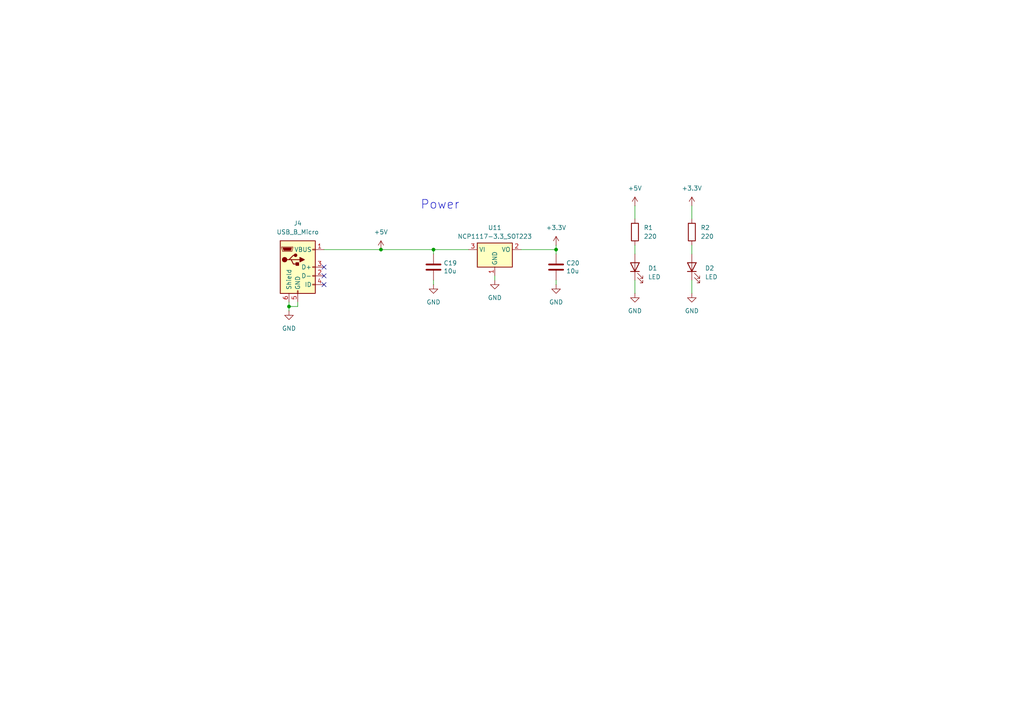
<source format=kicad_sch>
(kicad_sch (version 20250114) (generator "eeschema") (generator_version "9.0")
  (paper "A4")
  (lib_symbols
    (symbol "Device:C" (pin_numbers (hide yes)) (pin_names (offset 0.254))
      (property "Reference" "C" (at 0.635 2.54 0))
      (property "Value" "C" (at 0.635 -2.54 0))
      (symbol "C_0_1"
        (polyline (pts (xy -2.032 0.762) (xy 2.032 0.762)) (stroke (width 0.508)))
        (polyline (pts (xy -2.032 -0.762) (xy 2.032 -0.762)) (stroke (width 0.508)))
      )
      (symbol "C_1_1"
        (pin passive line (at 0 3.81 270) (length 2.794) (name "~") (number "1"))
        (pin passive line (at 0 -3.81 90) (length 2.794) (name "~") (number "2"))
      )
    )
    (symbol "Device:LED" (pin_numbers (hide yes)) (pin_names (offset 1.016) (hide yes))
      (property "Reference" "D" (at 0 2.54 0))
      (property "Value" "LED" (at 0 -2.54 0))
      (symbol "LED_0_1"
        (polyline (pts (xy -3.048 -0.762) (xy -4.572 -2.286) (xy -3.81 -2.286) (xy -4.572 -2.286) (xy -4.572 -1.524)))
        (polyline (pts (xy -1.778 -0.762) (xy -3.302 -2.286) (xy -2.54 -2.286) (xy -3.302 -2.286) (xy -3.302 -1.524)))
        (polyline (pts (xy -1.27 0) (xy 1.27 0)))
        (polyline (pts (xy -1.27 -1.27) (xy -1.27 1.27)) (stroke (width 0.254)))
        (polyline (pts (xy 1.27 -1.27) (xy 1.27 1.27) (xy -1.27 0) (xy 1.27 -1.27)) (stroke (width 0.254)))
      )
      (symbol "LED_1_1"
        (pin passive line (at -3.81 0 0) (length 2.54) (name "K") (number "1"))
        (pin passive line (at 3.81 0 180) (length 2.54) (name "A") (number "2"))
      )
    )
    (symbol "Device:R" (pin_numbers (hide yes)) (pin_names (offset 0))
      (property "Reference" "R" (at 2.032 0 90))
      (property "Value" "R" (at 0 0 90))
      (symbol "R_0_1"
        (rectangle (start -1.016 -2.54) (end 1.016 2.54) (stroke (width 0.254)))
      )
      (symbol "R_1_1"
        (pin passive line (at 0 3.81 270) (length 1.27) (name "~") (number "1"))
        (pin passive line (at 0 -3.81 90) (length 1.27) (name "~") (number "2"))
      )
    )
    (symbol "GND_1" (power) (pin_numbers (hide yes)) (pin_names (offset 0) (hide yes))
      (property "Value" "GND" (at 0 -3.81 0))
      (symbol "GND_1_0_1"
        (polyline (pts (xy 0 0) (xy 0 -1.27) (xy 1.27 -1.27) (xy 0 -2.54) (xy -1.27 -1.27) (xy 0 -1.27)))
      )
      (symbol "GND_1_1_1"
        (pin power_in line (at 0 0 270) (length 0) (name "~") (number "1"))
      )
    )
    (symbol "NCP1117-3.3_SOT223_1"
      (property "Reference" "U" (at -3.81 3.175 0))
      (property "Value" "NCP1117-3.3_SOT223" (at 0 3.175 0))
      (symbol "NCP1117-3.3_SOT223_1_0_1"
        (rectangle (start -5.08 -5.08) (end 5.08 1.905) (stroke (width 0.254)) (fill (type background)))
      )
      (symbol "NCP1117-3.3_SOT223_1_1_1"
        (pin power_in line (at -7.62 0 0) (length 2.54) (name "VI") (number "3"))
        (pin power_in line (at 0 -7.62 90) (length 2.54) (name "GND") (number "1"))
        (pin power_out line (at 7.62 0 180) (length 2.54) (name "VO") (number "2"))
      )
    )
    (symbol "USB_B_Micro_1" (pin_names (offset 1.016))
      (property "Reference" "J" (at -5.08 11.43 0))
      (property "Value" "USB_B_Micro" (at -5.08 8.89 0))
      (symbol "USB_B_Micro_1_0_1"
        (rectangle (start -5.08 -7.62) (end 5.08 7.62) (stroke (width 0.254)) (fill (type background)))
        (polyline (pts (xy -4.699 5.842) (xy -4.699 5.588) (xy -4.445 4.826) (xy -4.445 4.572) (xy -1.651 4.572) (xy -1.651 4.826) (xy -1.397 5.588) (xy -1.397 5.842) (xy -4.699 5.842)))
        (polyline (pts (xy -4.318 5.588) (xy -1.778 5.588) (xy -2.032 4.826) (xy -4.064 4.826) (xy -4.318 5.588)) (fill (type outline)))
        (circle (center -3.81 2.159) (radius 0.635) (stroke (width 0.254)) (fill (type outline)))
        (polyline (pts (xy -3.175 2.159) (xy -2.54 2.159) (xy -1.27 3.429) (xy -0.635 3.429)) (stroke (width 0.254)))
        (polyline (pts (xy -2.54 2.159) (xy -1.905 2.159) (xy -1.27 0.889) (xy 0 0.889)) (stroke (width 0.254)))
        (polyline (pts (xy -1.905 2.159) (xy 0.635 2.159)) (stroke (width 0.254)))
        (circle (center -0.635 3.429) (radius 0.381) (stroke (width 0.254)) (fill (type outline)))
        (rectangle (start -0.127 -7.62) (end 0.127 -6.858))
        (rectangle (start 0.254 1.27) (end -0.508 0.508) (stroke (width 0.254)) (fill (type outline)))
        (polyline (pts (xy 0.635 2.794) (xy 0.635 1.524) (xy 1.905 2.159) (xy 0.635 2.794)) (stroke (width 0.254)) (fill (type outline)))
        (rectangle (start 5.08 4.953) (end 4.318 5.207))
        (rectangle (start 5.08 -0.127) (end 4.318 0.127))
        (rectangle (start 5.08 -2.667) (end 4.318 -2.413))
        (rectangle (start 5.08 -5.207) (end 4.318 -4.953))
      )
      (symbol "USB_B_Micro_1_1_1"
        (pin passive line (at -2.54 -10.16 90) (length 2.54) (name "Shield") (number "6"))
        (pin power_out line (at 0 -10.16 90) (length 2.54) (name "GND") (number "5"))
        (pin power_out line (at 7.62 5.08 180) (length 2.54) (name "VBUS") (number "1"))
        (pin bidirectional line (at 7.62 0 180) (length 2.54) (name "D+") (number "3"))
        (pin bidirectional line (at 7.62 -2.54 180) (length 2.54) (name "D-") (number "2"))
        (pin passive line (at 7.62 -5.08 180) (length 2.54) (name "ID") (number "4"))
      )
    )
    (symbol "power:+3.3V" (power) (pin_numbers (hide yes)) (pin_names (offset 0) (hide yes))
      (property "Value" "+3.3V" (at 0 5.08 0))
      (symbol "+3.3V_0_1"
        (polyline (pts (xy -0.762 1.27) (xy 0 2.54)))
        (polyline (pts (xy 0 2.54) (xy 0.762 1.27)))
        (polyline (pts (xy 0 0) (xy 0 2.54)))
      )
      (symbol "+3.3V_1_1"
        (pin power_in line (at 0 0 90) (length 0) (name "~") (number "1"))
      )
    )
    (symbol "power:VCC" (power) (pin_numbers (hide yes)) (pin_names (offset 0) (hide yes))
      (property "Value" "VCC" (at 0 3.556 0))
      (symbol "VCC_0_1"
        (polyline (pts (xy -0.762 1.27) (xy 0 2.54)))
        (polyline (pts (xy 0 2.54) (xy 0.762 1.27)))
        (polyline (pts (xy 0 0) (xy 0 2.54)))
      )
      (symbol "VCC_1_1"
        (pin power_in line (at 0 0 90) (length 0) (name "~") (number "1"))
      )
    )
  )
  (text "Power" (at 121.92 60.96 0) (effects (font (size 2.54 2.54)) (justify left bottom)))
  (junction (at 125.73 72.39))
  (junction (at 110.49 72.39))
  (junction (at 83.82 88.9))
  (junction (at 161.29 72.39))
  (no_connect (at 93.98 77.47))
  (no_connect (at 93.98 80.01))
  (no_connect (at 93.98 82.55))
  (wire (pts (xy 86.36 88.9) (xy 83.82 88.9)))
  (wire (pts (xy 83.82 88.9) (xy 83.82 90.17)))
  (wire (pts (xy 161.29 73.66) (xy 161.29 72.39)))
  (wire (pts (xy 161.29 81.28) (xy 161.29 82.55)))
  (wire (pts (xy 161.29 72.39) (xy 161.29 71.12)))
  (wire (pts (xy 135.89 72.39) (xy 125.73 72.39)))
  (wire (pts (xy 200.66 71.12) (xy 200.66 73.66)))
  (wire (pts (xy 143.51 80.01) (xy 143.51 81.28)))
  (wire (pts (xy 125.73 81.28) (xy 125.73 82.55)))
  (wire (pts (xy 110.49 72.39) (xy 125.73 72.39)))
  (wire (pts (xy 83.82 87.63) (xy 83.82 88.9)))
  (wire (pts (xy 93.98 72.39) (xy 110.49 72.39)))
  (wire (pts (xy 184.15 71.12) (xy 184.15 73.66)))
  (wire (pts (xy 200.66 81.28) (xy 200.66 85.09)))
  (wire (pts (xy 184.15 59.69) (xy 184.15 63.5)))
  (wire (pts (xy 125.73 73.66) (xy 125.73 72.39)))
  (wire (pts (xy 151.13 72.39) (xy 161.29 72.39)))
  (wire (pts (xy 200.66 59.69) (xy 200.66 63.5)))
  (wire (pts (xy 184.15 81.28) (xy 184.15 85.09)))
  (wire (pts (xy 86.36 87.63) (xy 86.36 88.9)))
  (symbol (lib_id "power:VCC") (at 184.15 59.69 0) (unit 1)
    (property "Reference" "#PWR017" (effects (hide yes)))
    (property "Value" "+5V" (at 184.15 54.61 0))
    (property "Description" "Power symbol creates a global label with name \"VCC\"" (effects (hide yes)))
  )
  (symbol (lib_id "Device:R") (at 200.66 67.31 0) (unit 1)
    (property "Reference" "R2" (at 203.2 66.0399 0) (effects (justify left)))
    (property "Value" "220" (at 203.2 68.5799 0) (effects (justify left)))
    (property "Description" "Resistor" (effects (hide yes)))
  )
  (symbol (lib_id "power:+3.3V") (at 161.29 71.12 0) (unit 1)
    (property "Reference" "#PWR066" (effects (hide yes)))
    (property "Value" "+3.3V" (at 161.29 66.04 0))
    (property "Description" "Power symbol creates a global label with name \"+3.3V\"" (effects (hide yes)))
  )
  (symbol (lib_id "Device:R") (at 184.15 67.31 0) (unit 1)
    (property "Reference" "R1" (at 186.69 66.0399 0) (effects (justify left)))
    (property "Value" "220" (at 186.69 68.5799 0) (effects (justify left)))
    (property "Description" "Resistor" (effects (hide yes)))
  )
  (symbol (lib_name "USB_B_Micro_1") (lib_id "Connector:USB_B_Micro") (at 86.36 77.47 0) (unit 1)
    (property "Reference" "J4" (at 86.36 64.77 0))
    (property "Value" "USB_B_Micro" (at 86.36 67.31 0))
    (property "Footprint" "Connector_USB:USB_Micro-B_Amphenol_10103594-0001LF_Horizontal" (effects (hide yes)))
    (property "Description" "USB Micro Type B connector" (effects (hide yes)))
  )
  (symbol (lib_id "Device:LED") (at 184.15 77.47 90) (unit 1)
    (property "Reference" "D1" (at 187.96 77.7874 90) (effects (justify right)))
    (property "Value" "LED" (at 187.96 80.3274 90) (effects (justify right)))
    (property "Description" "Light emitting diode" (effects (hide yes)))
    (property "Sim.Pins" "1=K 2=A" (effects (hide yes)))
  )
  (symbol (lib_id "Device:C") (at 125.73 77.47 0) (unit 1)
    (property "Reference" "C19" (at 128.651 76.3016 0) (effects (justify left)))
    (property "Value" "10u" (at 128.651 78.613 0) (effects (justify left)))
    (property "Footprint" "Capacitor_SMD:C_0805_2012Metric" (effects (hide yes)))
  )
  (symbol (lib_name "NCP1117-3.3_SOT223_1") (lib_id "Regulator_Linear:NCP1117-3.3_SOT223") (at 143.51 72.39 0) (unit 1)
    (property "Reference" "U11" (at 143.51 66.04 0))
    (property "Value" "NCP1117-3.3_SOT223" (at 143.51 68.58 0))
    (property "Footprint" "Package_TO_SOT_SMD:SOT-223-3_TabPin2" (effects (hide yes)))
    (property "Datasheet" "http://www.onsemi.com/pub_link/Collateral/NCP1117-D.PDF" (effects (hide yes)))
    (property "Description" "1A Low drop-out regulator, Fixed Output 3.3V, SOT-223" (effects (hide yes)))
  )
  (symbol (lib_name "GND_1") (lib_id "power:GND") (at 200.66 85.09 0) (unit 1)
    (property "Reference" "#PWR014" (effects (hide yes)))
    (property "Value" "GND" (at 200.66 90.17 0))
    (property "Description" "Power symbol creates a global label with name \"GND\" , ground" (effects (hide yes)))
  )
  (symbol (lib_id "power:+3.3V") (at 200.66 59.69 0) (unit 1)
    (property "Reference" "#PWR016" (effects (hide yes)))
    (property "Value" "+3.3V" (at 200.66 54.61 0))
    (property "Description" "Power symbol creates a global label with name \"+3.3V\"" (effects (hide yes)))
  )
  (symbol (lib_name "GND_1") (lib_id "power:GND") (at 161.29 82.55 0) (unit 1)
    (property "Reference" "#PWR06" (effects (hide yes)))
    (property "Value" "GND" (at 161.29 87.63 0))
    (property "Description" "Power symbol creates a global label with name \"GND\" , ground" (effects (hide yes)))
  )
  (symbol (lib_name "GND_1") (lib_id "power:GND") (at 83.82 90.17 0) (unit 1)
    (property "Reference" "#PWR065" (effects (hide yes)))
    (property "Value" "GND" (at 83.82 95.25 0))
    (property "Description" "Power symbol creates a global label with name \"GND\" , ground" (effects (hide yes)))
  )
  (symbol (lib_name "GND_1") (lib_id "power:GND") (at 125.73 82.55 0) (unit 1)
    (property "Reference" "#PWR08" (effects (hide yes)))
    (property "Value" "GND" (at 125.73 87.63 0))
    (property "Description" "Power symbol creates a global label with name \"GND\" , ground" (effects (hide yes)))
  )
  (symbol (lib_id "Device:C") (at 161.29 77.47 0) (unit 1)
    (property "Reference" "C20" (at 164.211 76.3016 0) (effects (justify left)))
    (property "Value" "10u" (at 164.211 78.613 0) (effects (justify left)))
    (property "Footprint" "Capacitor_SMD:C_0805_2012Metric" (effects (hide yes)))
  )
  (symbol (lib_id "power:VCC") (at 110.49 72.39 0) (unit 1)
    (property "Reference" "#PWR037" (effects (hide yes)))
    (property "Value" "+5V" (at 110.49 67.31 0))
    (property "Description" "Power symbol creates a global label with name \"VCC\"" (effects (hide yes)))
  )
  (symbol (lib_id "Device:LED") (at 200.66 77.47 90) (unit 1)
    (property "Reference" "D2" (at 204.47 77.7874 90) (effects (justify right)))
    (property "Value" "LED" (at 204.47 80.3274 90) (effects (justify right)))
    (property "Description" "Light emitting diode" (effects (hide yes)))
    (property "Sim.Pins" "1=K 2=A" (effects (hide yes)))
  )
  (symbol (lib_name "GND_1") (lib_id "power:GND") (at 184.15 85.09 0) (unit 1)
    (property "Reference" "#PWR015" (effects (hide yes)))
    (property "Value" "GND" (at 184.15 90.17 0))
    (property "Description" "Power symbol creates a global label with name \"GND\" , ground" (effects (hide yes)))
  )
  (symbol (lib_name "GND_1") (lib_id "power:GND") (at 143.51 81.28 0) (unit 1)
    (property "Reference" "#PWR010" (effects (hide yes)))
    (property "Value" "GND" (at 143.51 86.36 0))
    (property "Description" "Power symbol creates a global label with name \"GND\" , ground" (effects (hide yes)))
  )
)
</source>
